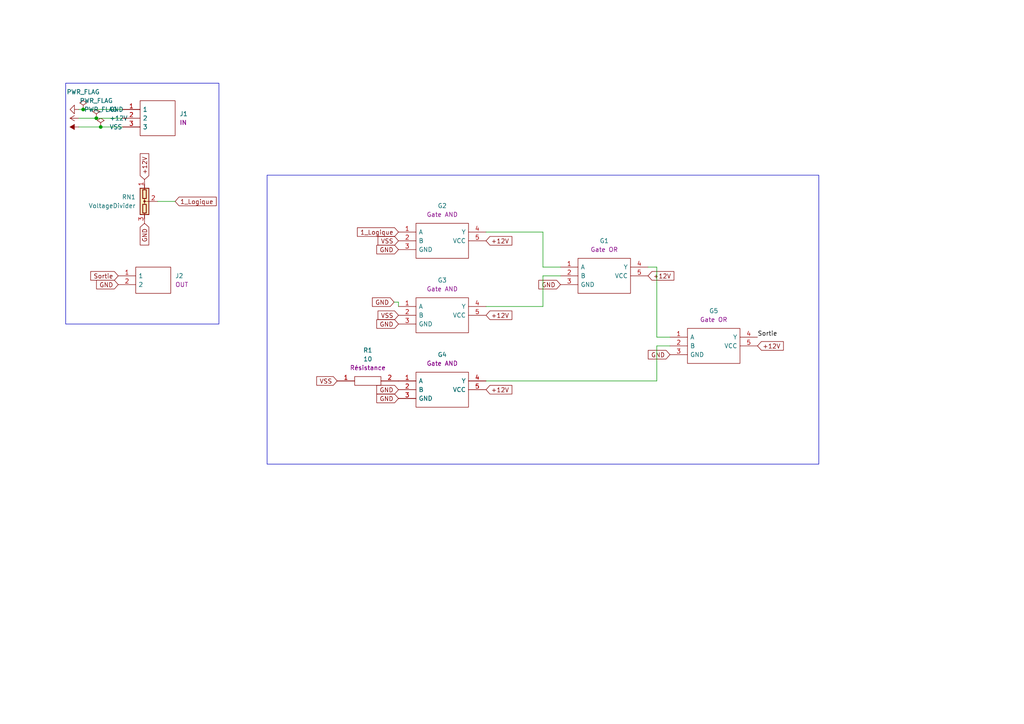
<source format=kicad_sch>
(kicad_sch (version 20230121) (generator eeschema)
  (paper "A4")
  (lib_symbols
    (symbol "Device:VoltageDivider" (pin_names (offset 0) hide)
      (property "Reference" "RN" (at -4.445 0 90))
      (property "Value" "VoltageDivider" (at -2.54 0 90))
      (symbol "VoltageDivider_0_1"
        (rectangle (start -1.27 -3.81) (end 1.27 3.81) (stroke (width 0.254)) (fill (type background)))
        (rectangle (start -0.508 -3.3782) (end 0.508 -0.8382) (stroke (width 0.254)))
        (rectangle (start -0.508 3.3782) (end 0.508 0.8382) (stroke (width 0.254)))
        (polyline (pts (xy 0 -5.08) (xy 0 -3.429)))
        (polyline (pts (xy 0 0.889) (xy 0 -0.889)))
        (polyline (pts (xy 0 5.08) (xy 0 3.3782)))
        (polyline (pts (xy 1.27 0) (xy 0 0)))
        (circle (center 0 0.0254) (radius 0.254) (fill (type outline)))
      )
      (symbol "VoltageDivider_1_1"
        (pin passive line (at 0 6.35 270) (length 2.54) (name "~") (number "1"))
        (pin passive line (at 3.81 0 180) (length 2.54) (name "~") (number "2"))
        (pin passive line (at 0 -6.35 90) (length 2.54) (name "~") (number "3"))
      )
    )
    (symbol "EPSA_lib:2P Angle 171857-4002" (pin_names (offset 0.762))
      (property "Reference" "J" (at 16.51 6.35 0))
      (property "Render Name " "2P Angle" (at 10.16 3.81 0))
      (symbol "2P Angle 171857-4002_0_0"
        (pin passive line (at 0 0 0) (length 5.08) (name "1") (number "1"))
        (pin passive line (at 0 -2.54 0) (length 5.08) (name "2") (number "2"))
      )
      (symbol "2P Angle 171857-4002_0_1"
        (polyline (pts (xy 5.08 2.54) (xy 15.24 2.54) (xy 15.24 -5.08) (xy 5.08 -5.08) (xy 5.08 2.54)) (stroke (width 0.1524)))
      )
    )
    (symbol "EPSA_lib:3P Angle 22-12-2034" (pin_names (offset 0.762))
      (property "Reference" "J" (at 16.51 6.35 0))
      (property "Render Name" "3P Angle" (at 10.16 3.81 0))
      (symbol "3P Angle 22-12-2034_0_0"
        (pin passive line (at 0 0 0) (length 5.08) (name "1") (number "1"))
        (pin passive line (at 0 -2.54 0) (length 5.08) (name "2") (number "2"))
        (pin passive line (at 0 -5.08 0) (length 5.08) (name "3") (number "3"))
      )
      (symbol "3P Angle 22-12-2034_0_1"
        (polyline (pts (xy 5.08 2.54) (xy 15.24 2.54) (xy 15.24 -7.62) (xy 5.08 -7.62) (xy 5.08 2.54)) (stroke (width 0.1524)))
      )
    )
    (symbol "EPSA_lib:Gate AND SN74AHCT1G08DBVR" (pin_names (offset 0.762))
      (property "Reference" "G" (at 34.29 8.89 0))
      (property "Render Name" "Gate AND" (at 12.7 3.81 0))
      (symbol "Gate AND SN74AHCT1G08DBVR_0_0"
        (pin passive line (at 0 0 0) (length 5.08) (name "A") (number "1"))
        (pin passive line (at 0 -2.54 0) (length 5.08) (name "B") (number "2"))
        (pin passive line (at 0 -5.08 0) (length 5.08) (name "GND") (number "3"))
        (pin passive line (at 25.4 0 180) (length 5.08) (name "Y") (number "4"))
        (pin passive line (at 25.4 -2.54 180) (length 5.08) (name "VCC") (number "5"))
      )
      (symbol "Gate AND SN74AHCT1G08DBVR_0_1"
        (polyline (pts (xy 5.08 2.54) (xy 20.32 2.54) (xy 20.32 -7.62) (xy 5.08 -7.62) (xy 5.08 2.54)) (stroke (width 0.1524)))
      )
    )
    (symbol "EPSA_lib:Gate OR SN74AHCT1G32DBVR" (pin_names (offset 0.762))
      (property "Reference" "G" (at 34.29 8.89 0))
      (property "Render Name" "Gate OR" (at 12.7 3.81 0))
      (symbol "Gate OR SN74AHCT1G32DBVR_0_0"
        (pin passive line (at 0 0 0) (length 5.08) (name "A") (number "1"))
        (pin passive line (at 0 -2.54 0) (length 5.08) (name "B") (number "2"))
        (pin passive line (at 0 -5.08 0) (length 5.08) (name "GND") (number "3"))
        (pin passive line (at 25.4 0 180) (length 5.08) (name "Y") (number "4"))
        (pin passive line (at 25.4 -2.54 180) (length 5.08) (name "VCC") (number "5"))
      )
      (symbol "Gate OR SN74AHCT1G32DBVR_0_1"
        (polyline (pts (xy 5.08 2.54) (xy 20.32 2.54) (xy 20.32 -7.62) (xy 5.08 -7.62) (xy 5.08 2.54)) (stroke (width 0.1524)))
      )
    )
    (symbol "EPSA_lib:Résistance RK73H2BLTDD2152F" (pin_names (offset 0.762))
      (property "Reference" "R" (at 25.4 5.08 0))
      (property "Value" "10" (at 7.62 0 0))
      (property "Render Name" "Résistance" (at 8.89 2.54 0))
      (symbol "Résistance RK73H2BLTDD2152F_0_0"
        (pin passive line (at 0 0 0) (length 5.08) (name "~") (number "1"))
        (pin passive line (at 17.78 0 180) (length 5.08) (name "~") (number "2"))
      )
      (symbol "Résistance RK73H2BLTDD2152F_0_1"
        (polyline (pts (xy 5.08 1.27) (xy 12.7 1.27) (xy 12.7 -1.27) (xy 5.08 -1.27) (xy 5.08 1.27)) (stroke (width 0.1524)))
      )
    )
    (symbol "power:+12V" (power) (pin_names (offset 0))
      (property "Value" "+12V" (at 0 3.556 0))
      (symbol "+12V_0_1"
        (polyline (pts (xy -0.762 1.27) (xy 0 2.54)))
        (polyline (pts (xy 0 0) (xy 0 2.54)))
        (polyline (pts (xy 0 2.54) (xy 0.762 1.27)))
      )
      (symbol "+12V_1_1"
        (pin power_in line (at 0 0 90) (length 0) hide (name "+12V") (number "1"))
      )
    )
    (symbol "power:GND" (power) (pin_names (offset 0))
      (property "Value" "GND" (at 0 -3.81 0))
      (symbol "GND_0_1"
        (polyline (pts (xy 0 0) (xy 0 -1.27) (xy 1.27 -1.27) (xy 0 -2.54) (xy -1.27 -1.27) (xy 0 -1.27)))
      )
      (symbol "GND_1_1"
        (pin power_in line (at 0 0 270) (length 0) hide (name "GND") (number "1"))
      )
    )
    (symbol "power:PWR_FLAG" (power) (pin_numbers hide) (pin_names (offset 0) hide)
      (property "Value" "PWR_FLAG" (at 0 3.81 0))
      (symbol "PWR_FLAG_0_0"
        (pin power_out line (at 0 0 90) (length 0) (name "pwr") (number "1"))
      )
      (symbol "PWR_FLAG_0_1"
        (polyline (pts (xy 0 0) (xy 0 1.27) (xy -1.016 1.905) (xy 0 2.54) (xy 1.016 1.905) (xy 0 1.27)))
      )
    )
    (symbol "power:VSS" (power) (pin_names (offset 0))
      (property "Value" "VSS" (at 0 3.81 0))
      (symbol "VSS_0_1"
        (polyline (pts (xy 0 0) (xy 0 2.54)))
        (polyline (pts (xy 0.762 1.27) (xy -0.762 1.27) (xy 0 2.54) (xy 0.762 1.27)) (fill (type outline)))
      )
      (symbol "VSS_1_1"
        (pin power_in line (at 0 0 90) (length 0) hide (name "VSS") (number "1"))
      )
    )
  )
  (junction (at 29.21 36.83))
  (junction (at 24.13 31.75))
  (junction (at 27.94 34.29))
  (wire (pts (xy 24.13 31.75) (xy 35.56 31.75)))
  (wire (pts (xy 140.97 67.31) (xy 157.48 67.31)))
  (wire (pts (xy 190.5 97.79) (xy 194.31 97.79)))
  (wire (pts (xy 190.5 77.47) (xy 190.5 97.79)))
  (wire (pts (xy 29.21 36.83) (xy 35.56 36.83)))
  (wire (pts (xy 45.72 58.42) (xy 50.8 58.42)))
  (wire (pts (xy 22.86 34.29) (xy 27.94 34.29)))
  (wire (pts (xy 187.96 77.47) (xy 190.5 77.47)))
  (wire (pts (xy 190.5 100.33) (xy 194.31 100.33)))
  (wire (pts (xy 22.86 36.83) (xy 29.21 36.83)))
  (wire (pts (xy 140.97 88.9) (xy 157.48 88.9)))
  (wire (pts (xy 190.5 110.49) (xy 190.5 100.33)))
  (wire (pts (xy 115.57 87.63) (xy 115.57 88.9)))
  (wire (pts (xy 157.48 88.9) (xy 157.48 80.01)))
  (wire (pts (xy 140.97 110.49) (xy 190.5 110.49)))
  (wire (pts (xy 157.48 67.31) (xy 157.48 77.47)))
  (wire (pts (xy 114.3 87.63) (xy 115.57 87.63)))
  (wire (pts (xy 27.94 34.29) (xy 35.56 34.29)))
  (wire (pts (xy 22.86 31.75) (xy 24.13 31.75)))
  (wire (pts (xy 157.48 77.47) (xy 162.56 77.47)))
  (wire (pts (xy 157.48 80.01) (xy 162.56 80.01)))
  (rectangle (start 77.47 50.8) (end 237.49 134.62))
  (rectangle (start 19.05 24.13) (end 63.5 93.98))
  (label "Sortie" (at 219.71 97.79 0))
  (global_label "+12V" (shape input) (at 219.71 100.33 0) (property "Intersheetrefs" "${INTERSHEET_REFS}" (effects hide)))
  (global_label "GND" (shape input) (at 194.31 102.87 180) (property "Intersheetrefs" "${INTERSHEET_REFS}" (effects hide)))
  (global_label "Sortie" (shape input) (at 34.29 80.01 180) (property "Intersheetrefs" "${INTERSHEET_REFS}" (effects hide)))
  (global_label "GND" (shape input) (at 115.57 115.57 180) (property "Intersheetrefs" "${INTERSHEET_REFS}" (effects hide)))
  (global_label "GND" (shape input) (at 41.91 64.77 270) (property "Intersheetrefs" "${INTERSHEET_REFS}" (effects hide)))
  (global_label "GND" (shape input) (at 115.57 93.98 180) (property "Intersheetrefs" "${INTERSHEET_REFS}" (effects hide)))
  (global_label "1_Logique" (shape input) (at 115.57 67.31 180) (property "Intersheetrefs" "${INTERSHEET_REFS}" (effects hide)))
  (global_label "+12V" (shape input) (at 140.97 69.85 0) (property "Intersheetrefs" "${INTERSHEET_REFS}" (effects hide)))
  (global_label "+12V" (shape input) (at 140.97 91.44 0) (property "Intersheetrefs" "${INTERSHEET_REFS}" (effects hide)))
  (global_label "GND" (shape input) (at 115.57 72.39 180) (property "Intersheetrefs" "${INTERSHEET_REFS}" (effects hide)))
  (global_label "GND" (shape input) (at 114.3 87.63 180) (property "Intersheetrefs" "${INTERSHEET_REFS}" (effects hide)))
  (global_label "GND" (shape input) (at 34.29 82.55 180) (property "Intersheetrefs" "${INTERSHEET_REFS}" (effects hide)))
  (global_label "+12V" (shape input) (at 41.91 52.07 90) (property "Intersheetrefs" "${INTERSHEET_REFS}" (effects hide)))
  (global_label "GND" (shape input) (at 115.57 113.03 180) (property "Intersheetrefs" "${INTERSHEET_REFS}" (effects hide)))
  (global_label "+12V" (shape input) (at 140.97 113.03 0) (property "Intersheetrefs" "${INTERSHEET_REFS}" (effects hide)))
  (global_label "VSS" (shape input) (at 97.79 110.49 180) (property "Intersheetrefs" "${INTERSHEET_REFS}" (effects hide)))
  (global_label "GND" (shape input) (at 162.56 82.55 180) (property "Intersheetrefs" "${INTERSHEET_REFS}" (effects hide)))
  (global_label "VSS" (shape input) (at 115.57 69.85 180) (property "Intersheetrefs" "${INTERSHEET_REFS}" (effects hide)))
  (global_label "+12V" (shape input) (at 187.96 80.01 0) (property "Intersheetrefs" "${INTERSHEET_REFS}" (effects hide)))
  (global_label "1_Logique" (shape input) (at 50.8 58.42 0) (property "Intersheetrefs" "${INTERSHEET_REFS}" (effects hide)))
  (global_label "VSS" (shape input) (at 115.57 91.44 180) (property "Intersheetrefs" "${INTERSHEET_REFS}" (effects hide)))
  (symbol (lib_id "EPSA_lib:3P Angle 22-12-2034") (at 35.56 31.75 0) (unit 1)
    (property "Reference" "J1" (at 52.07 33.02 0) (effects (justify left)))
    (property "Value" "3P Angle 22-12-2034" (effects hide))
    (property "Footprint" "EPSA_lib:22122034" (effects hide))
    (property "Datasheet" "https://www.molex.com/molex/products/part-detail/pcb_headers/0022122034" (effects hide))
    (property "Sim.Pins" "1=1 2=2 3=3" (effects hide))
    (property "Sim.Device" "SPICE" (effects hide))
    (property "Sim.Params" "type=\"J\" model=\"22-12-2034\" lib=\"\"" (effects hide))
    (property "Description" "Headers & Wire Housings R/A PCB HDR 3P GOLD FRICTION LOCK" (effects hide))
    (property "Height" "6.6" (effects hide))
    (property "Manufacturer_Name" "Molex" (effects hide))
    (property "Manufacturer_Part_Number" "22-12-2034" (effects hide))
    (property "Mouser Part Number" "538-22-12-2034" (effects hide))
    (property "Mouser Price/Stock" "https://www.mouser.co.uk/ProductDetail/Molex/22-12-2034?qs=MuwpYaHj750sC55Mhmi9Vw%3D%3D" (effects hide))
    (property "Sim.Enable" "0" (effects hide))
    (property "Render Name" "IN" (at 52.07 35.56 0) (effects (justify left)))
  )
  (symbol (lib_id "EPSA_lib:2P Angle 171857-4002") (at 34.29 80.01 0) (unit 1)
    (property "Reference" "J2" (at 50.8 80.01 0) (effects (justify left)))
    (property "Value" "2P Angle 171857-4002" (effects hide))
    (property "Footprint" "EPSA_lib:1718574002" (effects hide))
    (property "Datasheet" "https://componentsearchengine.com/Datasheets/1/171857-4002.pdf" (effects hide))
    (property "Sim.Pins" "1=1 2=2" (effects hide))
    (property "Sim.Device" "SPICE" (effects hide))
    (property "Sim.Params" "type=\"J\" model=\"171857-4002\" lib=\"\"" (effects hide))
    (property "Description" "Headers & Wire Housings KK RPC 254 Hdr FrLk R/A 02 Ckt 15Au T&R" (effects hide))
    (property "Height" "6.6" (effects hide))
    (property "Manufacturer_Name" "Molex" (effects hide))
    (property "Manufacturer_Part_Number" "171857-4002" (effects hide))
    (property "Mouser Part Number" "538-171857-4002" (effects hide))
    (property "Mouser Price/Stock" "https://www.mouser.co.uk/ProductDetail/Molex/171857-4002?qs=v0t%252BUMfTP8OkFsdOsfcitg%3D%3D" (effects hide))
    (property "Sim.Enable" "0" (effects hide))
    (property "Render Name " "OUT" (at 50.8 82.55 0) (effects (justify left)))
  )
  (symbol (lib_id "power:PWR_FLAG") (at 27.94 34.29 0) (unit 1)
    (property "Reference" "#FLG02" (effects hide))
    (property "Value" "PWR_FLAG" (at 27.94 29.21 0))
  )
  (symbol (lib_id "EPSA_lib:Gate AND SN74AHCT1G08DBVR") (at 115.57 110.49 0) (unit 1)
    (property "Reference" "G4" (at 128.27 102.87 0))
    (property "Value" "Gate AND SN74AHCT1G08DBVR" (effects hide))
    (property "Footprint" "EPSA_lib:SOT95P280X145-5N" (effects hide))
    (property "Datasheet" "https://datasheet.datasheetarchive.com/originals/distributors/SFDatasheet-6/sf-000128638.pdf" (effects hide))
    (property "Sim.Pins" "4=1 1=2 2=3 5=4 3=5" (effects hide))
    (property "Sim.Device" "SPICE" (effects hide))
    (property "Sim.Params" "type=\"X\" model=\"SN74AHC1G08\" lib=\"${EPSA}\\SpiceModel\\AND_SN74AHC1G08.lib\"" (effects hide))
    (property "Description" "SN74AHCT1G08DBVR, Logic Gate 2 Input AND, AHCT, 8mA 5V 5-Pin SOT-23" (effects hide))
    (property "Height" "1.45" (effects hide))
    (property "Manufacturer_Name" "Texas Instruments" (effects hide))
    (property "Manufacturer_Part_Number" "SN74AHCT1G08DBVR" (effects hide))
    (property "Mouser Part Number" "595-SN74AHCT1G08DBVR" (effects hide))
    (property "Mouser Price/Stock" "https://www.mouser.co.uk/ProductDetail/Texas-Instruments/SN74AHCT1G08DBVR?qs=8Pd2FuFSoMGY9AK%2Ftqwbcw%3D%3D" (effects hide))
    (property "Arrow Part Number" "SN74AHCT1G08DBVR" (effects hide))
    (property "Arrow Price/Stock" "https://www.arrow.com/en/products/sn74ahct1g08dbvr/texas-instruments?region=nac" (effects hide))
    (property "Render Name" "Gate AND" (at 128.27 105.41 0))
  )
  (symbol (lib_id "EPSA_lib:Gate AND SN74AHCT1G08DBVR") (at 115.57 67.31 0) (unit 1)
    (property "Reference" "G2" (at 128.27 59.69 0))
    (property "Value" "Gate AND SN74AHCT1G08DBVR" (effects hide))
    (property "Footprint" "EPSA_lib:SOT95P280X145-5N" (effects hide))
    (property "Datasheet" "https://datasheet.datasheetarchive.com/originals/distributors/SFDatasheet-6/sf-000128638.pdf" (effects hide))
    (property "Sim.Pins" "4=1 1=2 2=3 5=4 3=5" (effects hide))
    (property "Sim.Device" "SPICE" (effects hide))
    (property "Sim.Params" "type=\"X\" model=\"SN74AHC1G08\" lib=\"${EPSA}\\SpiceModel\\AND_SN74AHC1G08.lib\"" (effects hide))
    (property "Description" "SN74AHCT1G08DBVR, Logic Gate 2 Input AND, AHCT, 8mA 5V 5-Pin SOT-23" (effects hide))
    (property "Height" "1.45" (effects hide))
    (property "Manufacturer_Name" "Texas Instruments" (effects hide))
    (property "Manufacturer_Part_Number" "SN74AHCT1G08DBVR" (effects hide))
    (property "Mouser Part Number" "595-SN74AHCT1G08DBVR" (effects hide))
    (property "Mouser Price/Stock" "https://www.mouser.co.uk/ProductDetail/Texas-Instruments/SN74AHCT1G08DBVR?qs=8Pd2FuFSoMGY9AK%2Ftqwbcw%3D%3D" (effects hide))
    (property "Arrow Part Number" "SN74AHCT1G08DBVR" (effects hide))
    (property "Arrow Price/Stock" "https://www.arrow.com/en/products/sn74ahct1g08dbvr/texas-instruments?region=nac" (effects hide))
    (property "Render Name" "Gate AND" (at 128.27 62.23 0))
  )
  (symbol (lib_id "Device:VoltageDivider") (at 41.91 58.42 0) (unit 1)
    (property "Reference" "RN1" (at 39.37 57.15 0) (effects (justify right)))
    (property "Value" "VoltageDivider" (at 39.37 59.69 0) (effects (justify right)))
  )
  (symbol (lib_id "power:PWR_FLAG") (at 24.13 31.75 0) (unit 1)
    (property "Reference" "#FLG01" (effects hide))
    (property "Value" "PWR_FLAG" (at 24.13 26.67 0))
  )
  (symbol (lib_id "power:VSS") (at 22.86 36.83 90) (unit 1)
    (property "Reference" "#PWR03" (effects hide))
    (property "Value" "VSS" (at 31.75 36.83 90) (effects (justify right)))
  )
  (symbol (lib_id "EPSA_lib:Résistance RK73H2BLTDD2152F") (at 97.79 110.49 0) (unit 1)
    (property "Reference" "R1" (at 106.68 101.6 0))
    (property "Value" "10" (at 106.68 104.14 0))
    (property "Footprint" "EPSA_lib:RESC3216X70N" (effects hide))
    (property "Datasheet" "http://www.koaspeer.com/catimages/Products/RK73H/RK73H.pdf" (effects hide))
    (property "Sim.Pins" "1=+ 2=-" (effects hide))
    (property "Sim.Device" "R" (effects hide))
    (property "Description" "Thick Film Resistors - SMD" (effects hide))
    (property "Height" "0.7" (effects hide))
    (property "Manufacturer_Name" "KOA Speer" (effects hide))
    (property "Manufacturer_Part_Number" "RK73H2BLTDD2152F" (effects hide))
    (property "Mouser Part Number" "N/A" (effects hide))
    (property "Mouser Price/Stock" "https://www.mouser.co.uk/ProductDetail/KOA-Speer/RK73H2BLTDD2152F?qs=WeIALVmW3zmyxMFsjVzMRw%3D%3D" (effects hide))
    (property "Render Name" "Résistance" (at 106.68 106.68 0))
  )
  (symbol (lib_id "power:GND") (at 22.86 31.75 270) (unit 1)
    (property "Reference" "#PWR02" (effects hide))
    (property "Value" "GND" (at 31.75 31.75 90) (effects (justify left)))
  )
  (symbol (lib_id "power:PWR_FLAG") (at 29.21 36.83 0) (unit 1)
    (property "Reference" "#FLG03" (effects hide))
    (property "Value" "PWR_FLAG" (at 29.21 31.75 0))
  )
  (symbol (lib_id "power:+12V") (at 22.86 34.29 90) (unit 1)
    (property "Reference" "#PWR01" (effects hide))
    (property "Value" "+12V" (at 31.75 34.29 90) (effects (justify right)))
  )
  (symbol (lib_id "EPSA_lib:Gate AND SN74AHCT1G08DBVR") (at 115.57 88.9 0) (unit 1)
    (property "Reference" "G3" (at 128.27 81.28 0))
    (property "Value" "Gate AND SN74AHCT1G08DBVR" (effects hide))
    (property "Footprint" "EPSA_lib:SOT95P280X145-5N" (effects hide))
    (property "Datasheet" "https://datasheet.datasheetarchive.com/originals/distributors/SFDatasheet-6/sf-000128638.pdf" (effects hide))
    (property "Sim.Pins" "4=1 1=2 2=3 5=4 3=5" (effects hide))
    (property "Sim.Device" "SPICE" (effects hide))
    (property "Sim.Params" "type=\"X\" model=\"SN74AHC1G08\" lib=\"${EPSA}\\SpiceModel\\AND_SN74AHC1G08.lib\"" (effects hide))
    (property "Description" "SN74AHCT1G08DBVR, Logic Gate 2 Input AND, AHCT, 8mA 5V 5-Pin SOT-23" (effects hide))
    (property "Height" "1.45" (effects hide))
    (property "Manufacturer_Name" "Texas Instruments" (effects hide))
    (property "Manufacturer_Part_Number" "SN74AHCT1G08DBVR" (effects hide))
    (property "Mouser Part Number" "595-SN74AHCT1G08DBVR" (effects hide))
    (property "Mouser Price/Stock" "https://www.mouser.co.uk/ProductDetail/Texas-Instruments/SN74AHCT1G08DBVR?qs=8Pd2FuFSoMGY9AK%2Ftqwbcw%3D%3D" (effects hide))
    (property "Arrow Part Number" "SN74AHCT1G08DBVR" (effects hide))
    (property "Arrow Price/Stock" "https://www.arrow.com/en/products/sn74ahct1g08dbvr/texas-instruments?region=nac" (effects hide))
    (property "Render Name" "Gate AND" (at 128.27 83.82 0))
  )
  (symbol (lib_id "EPSA_lib:Gate OR SN74AHCT1G32DBVR") (at 162.56 77.47 0) (unit 1)
    (property "Reference" "G1" (at 175.26 69.85 0))
    (property "Value" "Gate OR SN74AHCT1G32DBVR" (effects hide))
    (property "Footprint" "EPSA_lib:SOT95P280X145-5N" (effects hide))
    (property "Datasheet" "http://www.ti.com/lit/ds/symlink/sn74ahct1g32.pdf" (effects hide))
    (property "Sim.Pins" "4=1 1=2 2=3 5=4 3=5" (effects hide))
    (property "Sim.Device" "SPICE" (effects hide))
    (property "Sim.Params" "type=\"X\" model=\"SN74AHCT1G32\" lib=\"${EPSA}\\SpiceModel\\OR_SN74AHCT1G32.lib\"" (effects hide))
    (property "Description" "2-Input Positive-OR Gate SN74AHCT1G32DBV" (effects hide))
    (property "Height" "1.45" (effects hide))
    (property "Manufacturer_Name" "Texas Instruments" (effects hide))
    (property "Manufacturer_Part_Number" "SN74AHCT1G32DBVR" (effects hide))
    (property "Mouser Part Number" "595-SN74AHCT1G32DBVR" (effects hide))
    (property "Mouser Price/Stock" "https://www.mouser.co.uk/ProductDetail/Texas-Instruments/SN74AHCT1G32DBVR?qs=0le1rQK8zxpIB8pUTaKa9Q%3D%3D" (effects hide))
    (property "Arrow Part Number" "SN74AHCT1G32DBVR" (effects hide))
    (property "Arrow Price/Stock" "https://www.arrow.com/en/products/sn74ahct1g32dbvr/texas-instruments" (effects hide))
    (property "Render Name" "Gate OR" (at 175.26 72.39 0))
  )
  (symbol (lib_id "EPSA_lib:Gate OR SN74AHCT1G32DBVR") (at 194.31 97.79 0) (unit 1)
    (property "Reference" "G5" (at 207.01 90.17 0))
    (property "Value" "Gate OR SN74AHCT1G32DBVR" (effects hide))
    (property "Footprint" "EPSA_lib:SOT95P280X145-5N" (effects hide))
    (property "Datasheet" "http://www.ti.com/lit/ds/symlink/sn74ahct1g32.pdf" (effects hide))
    (property "Sim.Pins" "4=1 1=2 2=3 5=4 3=5" (effects hide))
    (property "Sim.Device" "SPICE" (effects hide))
    (property "Sim.Params" "type=\"X\" model=\"SN74AHCT1G32\" lib=\"${EPSA}\\SpiceModel\\OR_SN74AHCT1G32.lib\"" (effects hide))
    (property "Description" "2-Input Positive-OR Gate SN74AHCT1G32DBV" (effects hide))
    (property "Height" "1.45" (effects hide))
    (property "Manufacturer_Name" "Texas Instruments" (effects hide))
    (property "Manufacturer_Part_Number" "SN74AHCT1G32DBVR" (effects hide))
    (property "Mouser Part Number" "595-SN74AHCT1G32DBVR" (effects hide))
    (property "Mouser Price/Stock" "https://www.mouser.co.uk/ProductDetail/Texas-Instruments/SN74AHCT1G32DBVR?qs=0le1rQK8zxpIB8pUTaKa9Q%3D%3D" (effects hide))
    (property "Arrow Part Number" "SN74AHCT1G32DBVR" (effects hide))
    (property "Arrow Price/Stock" "https://www.arrow.com/en/products/sn74ahct1g32dbvr/texas-instruments" (effects hide))
    (property "Render Name" "Gate OR" (at 207.01 92.71 0))
  )
)
</source>
